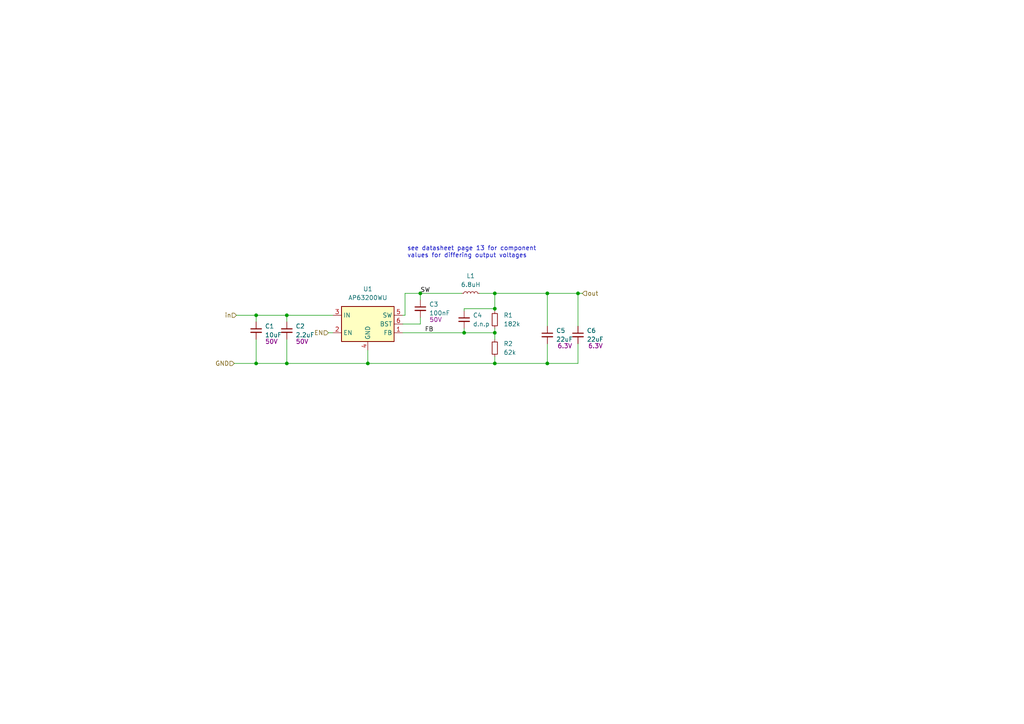
<source format=kicad_sch>
(kicad_sch (version 20230121) (generator eeschema)
  (paper "A4")
  (lib_symbols
    (symbol "Device:C_Small" (pin_numbers hide) (pin_names (offset 0.254) hide)
      (property "Reference" "C" (at 0.254 1.778 0))
      (property "Value" "C_Small" (at 0.254 -2.032 0))
      (symbol "C_Small_0_1"
        (polyline (pts (xy -1.524 -0.508) (xy 1.524 -0.508)) (stroke (width 0.3302)))
        (polyline (pts (xy -1.524 0.508) (xy 1.524 0.508)) (stroke (width 0.3048)))
      )
      (symbol "C_Small_1_1"
        (pin passive line (at 0 2.54 270) (length 2.032) (name "~") (number "1"))
        (pin passive line (at 0 -2.54 90) (length 2.032) (name "~") (number "2"))
      )
    )
    (symbol "Device:L_Small" (pin_numbers hide) (pin_names (offset 0.254) hide)
      (property "Reference" "L" (at 0.762 1.016 0))
      (property "Value" "L_Small" (at 0.762 -1.016 0))
      (symbol "L_Small_0_1"
        (arc (start 0 -2.032) (mid 0.5058 -1.524) (end 0 -1.016))
        (arc (start 0 -1.016) (mid 0.5058 -0.508) (end 0 0))
        (arc (start 0 0) (mid 0.5058 0.508) (end 0 1.016))
        (arc (start 0 1.016) (mid 0.5058 1.524) (end 0 2.032))
      )
      (symbol "L_Small_1_1"
        (pin passive line (at 0 2.54 270) (length 0.508) (name "~") (number "1"))
        (pin passive line (at 0 -2.54 90) (length 0.508) (name "~") (number "2"))
      )
    )
    (symbol "Device:R_Small" (pin_numbers hide) (pin_names (offset 0.254) hide)
      (property "Reference" "R" (at 0.762 0.508 0))
      (property "Value" "R_Small" (at 0.762 -1.016 0))
      (symbol "R_Small_0_1"
        (rectangle (start -0.762 1.778) (end 0.762 -1.778) (stroke (width 0.2032)))
      )
      (symbol "R_Small_1_1"
        (pin passive line (at 0 2.54 270) (length 0.762) (name "~") (number "1"))
        (pin passive line (at 0 -2.54 90) (length 0.762) (name "~") (number "2"))
      )
    )
    (symbol "Regulator_Switching:AP63200WU"
      (property "Reference" "U" (at -7.62 6.35 0))
      (property "Value" "AP63200WU" (at 2.54 6.35 0))
      (symbol "AP63200WU_0_1"
        (rectangle (start -7.62 5.08) (end 7.62 -5.08) (stroke (width 0.254)) (fill (type background)))
      )
      (symbol "AP63200WU_1_1"
        (pin input line (at 10.16 -2.54 180) (length 2.54) (name "FB") (number "1"))
        (pin input line (at -10.16 -2.54 0) (length 2.54) (name "EN") (number "2"))
        (pin power_in line (at -10.16 2.54 0) (length 2.54) (name "IN") (number "3"))
        (pin power_in line (at 0 -7.62 90) (length 2.54) (name "GND") (number "4"))
        (pin output line (at 10.16 2.54 180) (length 2.54) (name "SW") (number "5"))
        (pin passive line (at 10.16 0 180) (length 2.54) (name "BST") (number "6"))
      )
    )
  )
  (junction (at 158.75 105.41))
  (junction (at 83.185 105.41))
  (junction (at 106.68 105.41))
  (junction (at 143.51 105.41))
  (junction (at 143.51 85.09))
  (junction (at 74.295 91.44))
  (junction (at 143.51 89.535))
  (junction (at 134.62 96.52))
  (junction (at 167.64 85.09))
  (junction (at 121.92 85.09))
  (junction (at 143.51 96.52))
  (junction (at 74.295 105.41))
  (junction (at 83.185 91.44))
  (junction (at 158.75 85.09))
  (wire (pts (xy 143.51 95.25) (xy 143.51 96.52)))
  (wire (pts (xy 139.065 85.09) (xy 143.51 85.09)))
  (wire (pts (xy 143.51 103.505) (xy 143.51 105.41)))
  (wire (pts (xy 116.84 96.52) (xy 134.62 96.52)))
  (wire (pts (xy 95.25 96.52) (xy 96.52 96.52)))
  (wire (pts (xy 143.51 85.09) (xy 158.75 85.09)))
  (wire (pts (xy 83.185 91.44) (xy 96.52 91.44)))
  (wire (pts (xy 117.475 85.09) (xy 121.92 85.09)))
  (wire (pts (xy 83.185 91.44) (xy 83.185 93.345)))
  (wire (pts (xy 143.51 89.535) (xy 143.51 90.17)))
  (wire (pts (xy 121.92 85.09) (xy 133.985 85.09)))
  (wire (pts (xy 134.62 90.17) (xy 134.62 89.535)))
  (wire (pts (xy 74.295 105.41) (xy 74.295 98.425)))
  (wire (pts (xy 134.62 95.25) (xy 134.62 96.52)))
  (wire (pts (xy 74.295 91.44) (xy 83.185 91.44)))
  (wire (pts (xy 143.51 85.09) (xy 143.51 89.535)))
  (wire (pts (xy 117.475 85.09) (xy 117.475 91.44)))
  (wire (pts (xy 134.62 89.535) (xy 143.51 89.535)))
  (wire (pts (xy 158.75 85.09) (xy 158.75 94.615)))
  (wire (pts (xy 83.185 105.41) (xy 106.68 105.41)))
  (wire (pts (xy 143.51 105.41) (xy 158.75 105.41)))
  (wire (pts (xy 74.295 105.41) (xy 83.185 105.41)))
  (wire (pts (xy 106.68 105.41) (xy 143.51 105.41)))
  (wire (pts (xy 134.62 96.52) (xy 143.51 96.52)))
  (wire (pts (xy 106.68 105.41) (xy 106.68 101.6)))
  (wire (pts (xy 67.945 105.41) (xy 74.295 105.41)))
  (wire (pts (xy 143.51 96.52) (xy 143.51 98.425)))
  (wire (pts (xy 121.92 86.995) (xy 121.92 85.09)))
  (wire (pts (xy 74.295 91.44) (xy 74.295 93.345)))
  (wire (pts (xy 117.475 91.44) (xy 116.84 91.44)))
  (wire (pts (xy 167.64 85.09) (xy 168.91 85.09)))
  (wire (pts (xy 167.64 85.09) (xy 167.64 94.615)))
  (wire (pts (xy 158.75 85.09) (xy 167.64 85.09)))
  (wire (pts (xy 158.75 105.41) (xy 167.64 105.41)))
  (wire (pts (xy 167.64 105.41) (xy 167.64 99.695)))
  (wire (pts (xy 83.185 105.41) (xy 83.185 98.425)))
  (wire (pts (xy 121.92 93.98) (xy 121.92 92.075)))
  (wire (pts (xy 158.75 105.41) (xy 158.75 99.695)))
  (wire (pts (xy 68.58 91.44) (xy 74.295 91.44)))
  (wire (pts (xy 116.84 93.98) (xy 121.92 93.98)))
  (text "see datasheet page 13 for component \nvalues for differing output voltages" (at 118.11 74.93 0) (effects (font (size 1.27 1.27)) (justify left bottom)))
  (label "FB" (at 123.19 96.52 0))
  (label "SW" (at 121.92 85.09 0))
  (hierarchical_label "GND" (shape input) (at 67.945 105.41 180))
  (hierarchical_label "out" (shape input) (at 168.91 85.09 0))
  (hierarchical_label "in" (shape input) (at 68.58 91.44 180))
  (hierarchical_label "EN" (shape input) (at 95.25 96.52 180))
  (symbol (lib_id "Device:C_Small") (at 74.295 95.885 0) (unit 1)
    (property "Reference" "C1" (at 76.835 94.6212 0) (effects (justify left)))
    (property "Value" "10uF" (at 76.835 97.1612 0) (effects (justify left)))
    (property "Footprint" "Capacitor_SMD:C_1206_3216Metric" (effects hide))
    (property "Voltage" "50V" (at 78.74 99.06 0))
  )
  (symbol (lib_id "Device:L_Small") (at 136.525 85.09 90) (unit 1)
    (property "Reference" "L1" (at 136.525 80.01 90))
    (property "Value" "6.8uH" (at 136.525 82.55 90))
    (property "Footprint" "Inductor_SMD:L_Chilisin_BMRB00060612" (effects hide))
    (property "MPN" "CYA0630-6.8UH" (effects hide))
  )
  (symbol (lib_id "Device:R_Small") (at 143.51 100.965 0) (unit 1)
    (property "Reference" "R2" (at 146.05 99.695 0) (effects (justify left)))
    (property "Value" "62k" (at 146.05 102.235 0) (effects (justify left)))
    (property "Footprint" "Resistor_SMD:R_0603_1608Metric" (effects hide))
  )
  (symbol (lib_id "Device:C_Small") (at 167.64 97.155 0) (unit 1)
    (property "Reference" "C6" (at 170.18 95.8912 0) (effects (justify left)))
    (property "Value" "22uF" (at 170.18 98.4312 0) (effects (justify left)))
    (property "Footprint" "Capacitor_SMD:C_0603_1608Metric" (effects hide))
    (property "Voltage" "6.3V" (at 172.72 100.33 0))
  )
  (symbol (lib_id "Device:C_Small") (at 158.75 97.155 0) (unit 1)
    (property "Reference" "C5" (at 161.29 95.8912 0) (effects (justify left)))
    (property "Value" "22uF" (at 161.29 98.4312 0) (effects (justify left)))
    (property "Footprint" "Capacitor_SMD:C_0603_1608Metric" (effects hide))
    (property "Voltage" "6.3V" (at 163.83 100.33 0))
  )
  (symbol (lib_id "Device:R_Small") (at 143.51 92.71 0) (unit 1)
    (property "Reference" "R1" (at 146.05 91.44 0) (effects (justify left)))
    (property "Value" "182k" (at 146.05 93.98 0) (effects (justify left)))
    (property "Footprint" "Resistor_SMD:R_0603_1608Metric" (effects hide))
  )
  (symbol (lib_id "Device:C_Small") (at 121.92 89.535 0) (unit 1)
    (property "Reference" "C3" (at 124.46 88.2712 0) (effects (justify left)))
    (property "Value" "100nF" (at 124.46 90.8112 0) (effects (justify left)))
    (property "Footprint" "Capacitor_SMD:C_0603_1608Metric" (effects hide))
    (property "Voltage" "50V" (at 126.365 92.71 0))
  )
  (symbol (lib_id "Regulator_Switching:AP63200WU") (at 106.68 93.98 0) (unit 1)
    (property "Reference" "U1" (at 106.68 83.82 0))
    (property "Value" "AP63200WU" (at 106.68 86.36 0))
    (property "Footprint" "Package_TO_SOT_SMD:TSOT-23-6" (effects hide))
    (property "Datasheet" "https://www.diodes.com/assets/Datasheets/AP63200-AP63201-AP63203-AP63205.pdf" (effects hide))
  )
  (symbol (lib_id "Device:C_Small") (at 83.185 95.885 0) (unit 1)
    (property "Reference" "C2" (at 85.725 94.6212 0) (effects (justify left)))
    (property "Value" "2.2uF" (at 85.725 97.1612 0) (effects (justify left)))
    (property "Footprint" "Capacitor_SMD:C_1206_3216Metric" (effects hide))
    (property "Voltage" "50V" (at 87.63 99.06 0))
  )
  (symbol (lib_id "Device:C_Small") (at 134.62 92.71 0) (unit 1)
    (property "Reference" "C4" (at 137.16 91.4462 0) (effects (justify left)))
    (property "Value" "d.n.p" (at 137.16 93.9862 0) (effects (justify left)))
    (property "Footprint" "Capacitor_SMD:C_0603_1608Metric" (effects hide))
  )
)
</source>
